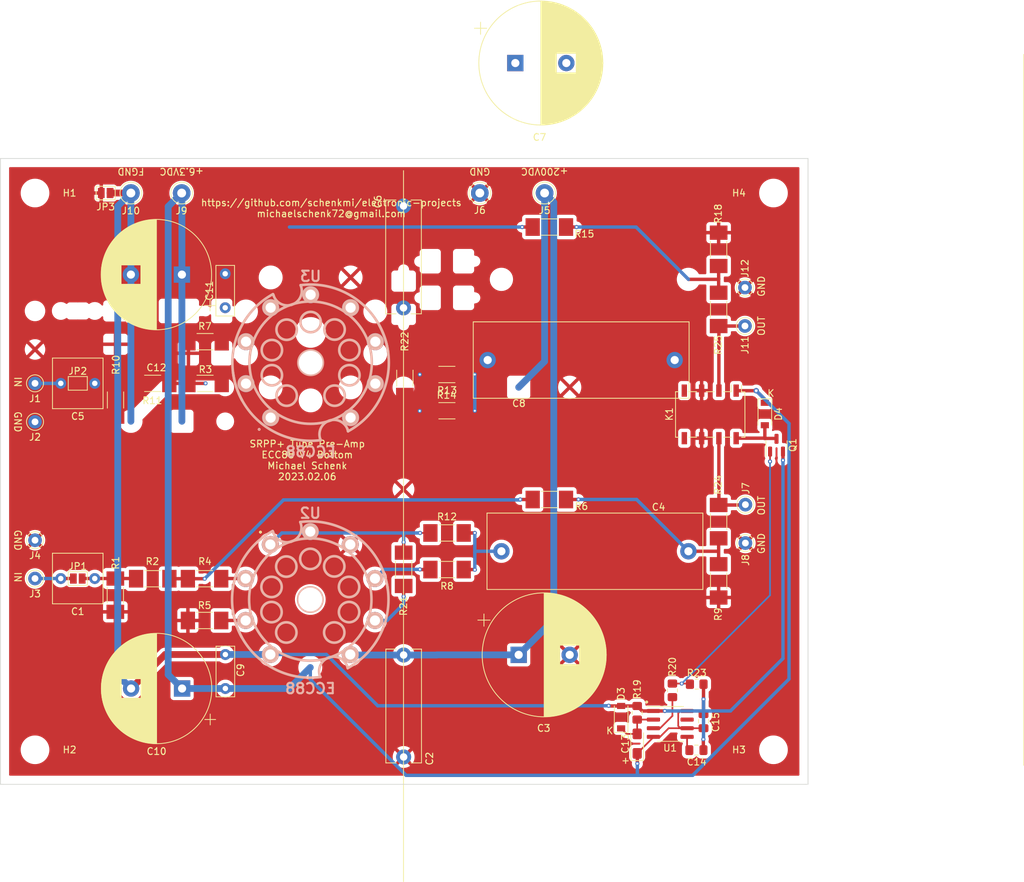
<source format=kicad_pcb>
(kicad_pcb (version 20211014) (generator pcbnew)
  (layers (0 "F.Cu" signal) (31 "B.Cu" signal) (34 "B.Paste" user) (35 "F.Paste" user) (36 "B.SilkS" user "B.Silkscreen") (37 "F.SilkS" user "F.Silkscreen") (38 "B.Mask" user) (39 "F.Mask" user) (44 "Edge.Cuts" user))
  (net 0 "")
  (net 1 "Net-(C1-Pad2)")
  (net 2 "Net-(C1-Pad1)")
  (net 3 "GND")
  (net 4 "VDDA")
  (net 5 "Net-(C4-Pad2)")
  (net 6 "Net-(C4-Pad1)")
  (net 7 "Net-(C8-Pad1)")
  (net 8 "Net-(C5-Pad2)")
  (net 9 "Net-(C5-Pad1)")
  (net 10 "Net-(C8-Pad2)")
  (net 11 "FVCC")
  (net 12 "Net-(R11-Pad1)")
  (net 13 "FGND")
  (net 14 "Net-(R2-Pad1)")
  (net 15 "Net-(R3-Pad2)")
  (net 16 "Net-(R4-Pad2)")
  (net 17 "Net-(C13-Pad2)")
  (net 18 "Net-(C14-Pad1)")
  (net 19 "Net-(D4-Pad2)")
  (net 20 "Net-(J11-Pad1)")
  (net 21 "Net-(Q1-Pad1)")
  (net 22 "Net-(R20-Pad2)")
  (net 23 "Net-(J7-Pad1)")
  (net 27 "Net-(R5-Pad1)")
  (net 28 "Net-(R7-Pad1)")
  (net 29 "Net-(R8-Pad1)")
  (net 30 "Net-(R12-Pad2)")
  (net 31 "Net-(R13-Pad1)")
  (net 32 "Net-(R14-Pad2)")
  (net 33 "Net-(R21-Pad2)")
  (net 34 "Net-(R22-Pad2)")
  (footprint "Capacitor_THT:C_Rect_L7.2mm_W7.2mm_P5.00mm_FKS2_FKP2_MKS2_MKP2" (layer "F.Cu") (at 52.5996 132.9182 180)
    (fp_text reference "C1" (at 2.5 -4.85) (layer "F.SilkS"))
    (fp_text value "3.3uF")
    (pad "1" thru_hole circle (at 0 0 180) (size 1.6 1.6) (drill 0.8) (layers *.Cu *.Mask) (net 2 "Net-(C1-Pad1)"))
    (pad "2" thru_hole circle (at 5 0 180) (size 1.6 1.6) (drill 0.8) (layers *.Cu *.Mask) (net 1 "Net-(C1-Pad2)"))
  )
  (footprint "Capacitor_THT:C_Rect_L16.5mm_W5.0mm_P15.00mm_MKT" (layer "F.Cu") (at 98.0186 144.1704 -90)
    (fp_text reference "C2" (at 15.24 -3.81 90) (layer "F.SilkS"))
    (fp_text value "100nF")
    (pad "1" thru_hole circle (at 0 0 270) (size 2.2 2.2) (drill 1.1) (layers *.Cu *.Mask) (net 4 "VDDA"))
    (pad "2" thru_hole circle (at 15 0 270) (size 2.2 2.2) (drill 1.1) (layers *.Cu *.Mask) (net 3 "GND"))
  )
  (footprint "Capacitor_THT:CP_Radial_D18.0mm_P7.50mm" (layer "F.Cu") (at 114.935 144.145)
    (fp_text reference "C3" (at 3.683 10.795) (layer "F.SilkS"))
    (fp_text value "100uF")
    (pad "1" thru_hole rect (at 0 0) (size 2.4 2.4) (drill 1.2) (layers *.Cu *.Mask) (net 4 "VDDA"))
    (pad "2" thru_hole circle (at 7.5 0) (size 2.4 2.4) (drill 1.2) (layers *.Cu *.Mask) (net 3 "GND"))
  )
  (footprint "Capacitor_THT:C_Rect_L31.5mm_W11.0mm_P27.50mm_MKS4" (layer "F.Cu") (at 139.895 128.905 180)
    (fp_text reference "C4" (at 4.386 6.5024) (layer "F.SilkS"))
    (fp_text value "2.2uF")
    (pad "1" thru_hole circle (at 0 0 180) (size 2.4 2.4) (drill 1.2) (layers *.Cu *.Mask) (net 6 "Net-(C4-Pad1)"))
    (pad "2" thru_hole circle (at 27.5 0 180) (size 2.4 2.4) (drill 1.2) (layers *.Cu *.Mask) (net 5 "Net-(C4-Pad2)"))
  )
  (footprint "MountingHole:MountingHole_3.2mm_M3" (layer "F.Cu") (at 43.815 76.2)
    (fp_text reference "H1" (at 5.08 0) (layer "F.SilkS"))
    (fp_text value "MountingHole")
    (pad "" np_thru_hole circle (at 0 0) (size 3.2 3.2) (drill 3.2) (layers *.Cu *.Mask))
  )
  (footprint "MountingHole:MountingHole_3.2mm_M3" (layer "F.Cu") (at 43.815 158.115)
    (fp_text reference "H2" (at 5.08 0) (layer "F.SilkS"))
    (fp_text value "MountingHole")
    (pad "" np_thru_hole circle (at 0 0) (size 3.2 3.2) (drill 3.2) (layers *.Cu *.Mask))
  )
  (footprint "MountingHole:MountingHole_3.2mm_M3" (layer "F.Cu") (at 152.4 158.115)
    (fp_text reference "H3" (at -5.08 0) (layer "F.SilkS"))
    (fp_text value "MountingHole")
    (pad "" np_thru_hole circle (at 0 0) (size 3.2 3.2) (drill 3.2) (layers *.Cu *.Mask))
  )
  (footprint "MountingHole:MountingHole_3.2mm_M3" (layer "F.Cu") (at 152.4 76.2)
    (fp_text reference "H4" (at -5.08 0) (layer "F.SilkS"))
    (fp_text value "MountingHole")
    (pad "" np_thru_hole circle (at 0 0) (size 3.2 3.2) (drill 3.2) (layers *.Cu *.Mask))
  )
  (footprint "Connector_Pin:Pin_D1.0mm_L10.0mm" (layer "F.Cu") (at 43.815 132.9182)
    (fp_text reference "J3" (at 0 2.25) (layer "F.SilkS"))
    (fp_text value "Conn_01x01")
    (pad "1" thru_hole circle (at 0 0) (size 2 2) (drill 1) (layers *.Cu *.Mask) (net 1 "Net-(C1-Pad2)"))
  )
  (footprint "Connector_Pin:Pin_D1.0mm_L10.0mm" (layer "F.Cu") (at 43.815 127.2794)
    (fp_text reference "J4" (at 0 2.25) (layer "F.SilkS"))
    (fp_text value "Conn_01x01")
    (pad "1" thru_hole circle (at 0 0) (size 2 2) (drill 1) (layers *.Cu *.Mask) (net 3 "GND"))
  )
  (footprint "Connector_Pin:Pin_D1.3mm_L11.0mm" (layer "F.Cu") (at 118.745 76.2)
    (fp_text reference "J5" (at 0 2.5654) (layer "F.SilkS"))
    (fp_text value "Conn_01x01")
    (pad "1" thru_hole circle (at 0 0) (size 2.6 2.6) (drill 1.3) (layers *.Cu *.Mask) (net 4 "VDDA"))
  )
  (footprint "Connector_Pin:Pin_D1.3mm_L11.0mm" (layer "F.Cu") (at 109.22 76.2)
    (fp_text reference "J6" (at 0 2.54) (layer "F.SilkS"))
    (fp_text value "Conn_01x01")
    (pad "1" thru_hole circle (at 0 0) (size 2.6 2.6) (drill 1.3) (layers *.Cu *.Mask) (net 3 "GND"))
  )
  (footprint "Connector_Pin:Pin_D1.0mm_L10.0mm" (layer "F.Cu") (at 148.2725 127.6985)
    (fp_text reference "J8" (at 0.0275 2.5015 90) (layer "F.SilkS"))
    (fp_text value "Conn_01x01")
    (pad "1" thru_hole circle (at 0 0) (size 2 2) (drill 1) (layers *.Cu *.Mask) (net 3 "GND"))
  )
  (footprint "Resistor_SMD:R_MELF_MMB-0207" (layer "F.Cu") (at 55.626 135.3682 -90)
    (fp_text reference "R1" (at -4.7432 -0.049 -270) (layer "F.SilkS"))
    (fp_text value "1Meg")
    (pad "1" smd rect (at -2.45 0 270) (size 2.1 2.6) (layers "F.Cu" "F.Paste" "F.Mask") (net 2 "Net-(C1-Pad1)"))
    (pad "2" smd rect (at 2.45 0 270) (size 2.1 2.6) (layers "F.Cu" "F.Paste" "F.Mask") (net 3 "GND"))
  )
  (footprint "Resistor_SMD:R_MELF_MMB-0207" (layer "F.Cu") (at 61.124 132.9436 180)
    (fp_text reference "R2" (at 0.05 2.54) (layer "F.SilkS"))
    (fp_text value "10k")
    (pad "1" smd rect (at -2.45 0 180) (size 2.1 2.6) (layers "F.Cu" "F.Paste" "F.Mask") (net 14 "Net-(R2-Pad1)"))
    (pad "2" smd rect (at 2.45 0 180) (size 2.1 2.6) (layers "F.Cu" "F.Paste" "F.Mask") (net 2 "Net-(C1-Pad1)"))
  )
  (footprint "Resistor_SMD:R_MELF_MMB-0207" (layer "F.Cu") (at 68.8224 104.202025)
    (fp_text reference "R3" (at 0.05 -2.05) (layer "F.SilkS"))
    (fp_text value "300R")
    (pad "1" smd rect (at -2.45 0) (size 2.1 2.6) (layers "F.Cu" "F.Paste" "F.Mask") (net 12 "Net-(R11-Pad1)"))
    (pad "2" smd rect (at 2.45 0) (size 2.1 2.6) (layers "F.Cu" "F.Paste" "F.Mask") (net 15 "Net-(R3-Pad2)"))
  )
  (footprint "Resistor_SMD:R_MELF_MMB-0207" (layer "F.Cu") (at 68.744 132.9436)
    (fp_text reference "R4" (at 0.05 -2.54) (layer "F.SilkS"))
    (fp_text value "300R")
    (pad "1" smd rect (at -2.45 0) (size 2.1 2.6) (layers "F.Cu" "F.Paste" "F.Mask") (net 14 "Net-(R2-Pad1)"))
    (pad "2" smd rect (at 2.45 0) (size 2.1 2.6) (layers "F.Cu" "F.Paste" "F.Mask") (net 16 "Net-(R4-Pad2)"))
  )
  (footprint "Resistor_SMD:R_MELF_MMB-0207" (layer "F.Cu") (at 68.7462 139.0904 180)
    (fp_text reference "R5" (at -0.0038 2.2154) (layer "F.SilkS"))
    (fp_text value "200R")
    (pad "1" smd rect (at -2.45 0 180) (size 2.1 2.6) (layers "F.Cu" "F.Paste" "F.Mask") (net 27 "Net-(R5-Pad1)"))
    (pad "2" smd rect (at 2.45 0 180) (size 2.1 2.6) (layers "F.Cu" "F.Paste" "F.Mask") (net 3 "GND"))
  )
  (footprint "Resistor_SMD:R_MELF_MMB-0207" (layer "F.Cu") (at 119.4446 121.290735 180)
    (fp_text reference "R6" (at -4.7106 -1.010265) (layer "F.SilkS"))
    (fp_text value "22k")
    (pad "1" smd rect (at -2.45 0 180) (size 2.1 2.6) (layers "F.Cu" "F.Paste" "F.Mask") (net 6 "Net-(C4-Pad1)"))
    (pad "2" smd rect (at 2.45 0 180) (size 2.1 2.6) (layers "F.Cu" "F.Paste" "F.Mask") (net 14 "Net-(R2-Pad1)"))
  )
  (footprint "Resistor_SMD:R_MELF_MMB-0207" (layer "F.Cu") (at 68.8224 98.07158 180)
    (fp_text reference "R7" (at 0.0224 2.2712) (layer "F.SilkS"))
    (fp_text value "200R")
    (pad "1" smd rect (at -2.45 0 180) (size 2.1 2.6) (layers "F.Cu" "F.Paste" "F.Mask") (net 28 "Net-(R7-Pad1)"))
    (pad "2" smd rect (at 2.45 0 180) (size 2.1 2.6) (layers "F.Cu" "F.Paste" "F.Mask") (net 3 "GND"))
  )
  (footprint "Resistor_SMD:R_MELF_MMB-0207" (layer "F.Cu") (at 104.402105 131.5974)
    (fp_text reference "R8" (at -0.0116 2.4384) (layer "F.SilkS"))
    (fp_text value "150R")
    (pad "1" smd rect (at -2.45 0) (size 2.1 2.6) (layers "F.Cu" "F.Paste" "F.Mask") (net 29 "Net-(R8-Pad1)"))
    (pad "2" smd rect (at 2.45 0) (size 2.1 2.6) (layers "F.Cu" "F.Paste" "F.Mask") (net 5 "Net-(C4-Pad2)"))
  )
  (footprint "Resistor_SMD:R_MELF_MMB-0207" (layer "F.Cu") (at 144.3355 133.26 90)
    (fp_text reference "R9" (at -4.916 -0.0635 90) (layer "F.SilkS"))
    (fp_text value "1Meg")
    (pad "1" smd rect (at -2.45 0 90) (size 2.1 2.6) (layers "F.Cu" "F.Paste" "F.Mask") (net 3 "GND"))
    (pad "2" smd rect (at 2.45 0 90) (size 2.1 2.6) (layers "F.Cu" "F.Paste" "F.Mask") (net 6 "Net-(C4-Pad1)"))
  )
  (footprint "Capacitor_THT:C_Rect_L7.2mm_W7.2mm_P5.00mm_FKS2_FKP2_MKS2_MKP2" (layer "F.Cu") (at 52.6034 104.200225 180)
    (fp_text reference "C5" (at 2.5 -4.85) (layer "F.SilkS"))
    (fp_text value "3.3uF")
    (pad "1" thru_hole circle (at 0 0 180) (size 1.6 1.6) (drill 0.8) (layers *.Cu *.Mask) (net 9 "Net-(C5-Pad1)"))
    (pad "2" thru_hole circle (at 5 0 180) (size 1.6 1.6) (drill 0.8) (layers *.Cu *.Mask) (net 8 "Net-(C5-Pad2)"))
  )
  (footprint "Capacitor_THT:C_Rect_L16.5mm_W5.0mm_P15.00mm_MKT" (layer "F.Cu") (at 98 93.1 90)
    (fp_text reference "C6" (at 15.635 -3.75 90) (layer "F.SilkS"))
    (fp_text value "100nF")
    (pad "1" thru_hole circle (at 0 0 90) (size 2.2 2.2) (drill 1.1) (layers *.Cu *.Mask) (net 4 "VDDA"))
    (pad "2" thru_hole circle (at 15 0 90) (size 2.2 2.2) (drill 1.1) (layers *.Cu *.Mask) (net 3 "GND"))
  )
  (footprint "Capacitor_THT:CP_Radial_D18.0mm_P7.50mm" (layer "F.Cu") (at 114.4418 57.075)
    (fp_text reference "C7" (at 3.556 10.922) (layer "F.SilkS"))
    (fp_text value "100uF")
    (pad "1" thru_hole rect (at 0 0) (size 2.4 2.4) (drill 1.2) (layers *.Cu *.Mask) (net 4 "VDDA"))
    (pad "2" thru_hole circle (at 7.5 0) (size 2.4 2.4) (drill 1.2) (layers *.Cu *.Mask) (net 3 "GND"))
  )
  (footprint "Capacitor_THT:C_Rect_L31.5mm_W11.0mm_P27.50mm_MKS4" (layer "F.Cu") (at 110.375 100.775)
    (fp_text reference "C8" (at 4.5892 6.3754) (layer "F.SilkS"))
    (fp_text value "2.2uF")
    (pad "1" thru_hole circle (at 0 0) (size 2.4 2.4) (drill 1.2) (layers *.Cu *.Mask) (net 7 "Net-(C8-Pad1)"))
    (pad "2" thru_hole circle (at 27.5 0) (size 2.4 2.4) (drill 1.2) (layers *.Cu *.Mask) (net 10 "Net-(C8-Pad2)"))
  )
  (footprint "Connector_Pin:Pin_D1.0mm_L10.0mm" (layer "F.Cu") (at 43.815 104.200225)
    (fp_text reference "J1" (at 0 2.25 180) (layer "F.SilkS"))
    (fp_text value "Conn_01x01")
    (pad "1" thru_hole circle (at 0 0) (size 2 2) (drill 1) (layers *.Cu *.Mask) (net 8 "Net-(C5-Pad2)"))
  )
  (footprint "Connector_Pin:Pin_D1.0mm_L10.0mm" (layer "F.Cu") (at 43.815 109.864425)
    (fp_text reference "J2" (at 0 2.25) (layer "F.SilkS"))
    (fp_text value "Conn_01x01")
    (pad "1" thru_hole circle (at 0 0) (size 2 2) (drill 1) (layers *.Cu *.Mask) (net 3 "GND"))
  )
  (footprint "Connector_Pin:Pin_D1.3mm_L11.0mm" (layer "F.Cu") (at 65.3796 76.2)
    (fp_text reference "J9" (at -0.0254 2.6162) (layer "F.SilkS"))
    (fp_text value "Conn_01x01")
    (pad "1" thru_hole circle (at 0 0) (size 2.6 2.6) (drill 1.3) (layers *.Cu *.Mask) (net 11 "FVCC"))
  )
  (footprint "Connector_Pin:Pin_D1.3mm_L11.0mm" (layer "F.Cu") (at 57.912 76.2)
    (fp_text reference "J10" (at 0 2.6162) (layer "F.SilkS"))
    (fp_text value "Conn_01x01")
    (pad "1" thru_hole circle (at 0 0) (size 2.6 2.6) (drill 1.3) (layers *.Cu *.Mask) (net 13 "FGND"))
  )
  (footprint "Connector_Pin:Pin_D1.0mm_L10.0mm" (layer "F.Cu") (at 148.209 95.758)
    (fp_text reference "J11" (at 0 2.8194 90) (layer "F.SilkS"))
    (fp_text value "Conn_01x01")
    (pad "1" thru_hole circle (at 0 0) (size 2 2) (drill 1) (layers *.Cu *.Mask) (net 20 "Net-(J11-Pad1)"))
  )
  (footprint "Connector_Pin:Pin_D1.0mm_L10.0mm" (layer "F.Cu") (at 148.209 90.1065)
    (fp_text reference "J12" (at 0 -2.8321 90) (layer "F.SilkS"))
    (fp_text value "Conn_01x01")
    (pad "1" thru_hole circle (at 0 0) (size 2 2) (drill 1) (layers *.Cu *.Mask) (net 3 "GND"))
  )
  (footprint "Resistor_SMD:R_MELF_MMB-0207" (layer "F.Cu") (at 55.6514 106.650225 -90)
    (fp_text reference "R10" (at -5.1732 -0.0736 -270) (layer "F.SilkS"))
    (fp_text value "1Meg")
    (pad "1" smd rect (at -2.45 0 270) (size 2.1 2.6) (layers "F.Cu" "F.Paste" "F.Mask") (net 9 "Net-(C5-Pad1)"))
    (pad "2" smd rect (at 2.45 0 270) (size 2.1 2.6) (layers "F.Cu" "F.Paste" "F.Mask") (net 3 "GND"))
  )
  (footprint "Resistor_SMD:R_MELF_MMB-0207" (layer "F.Cu") (at 61.1124 104.200225 180)
    (fp_text reference "R11" (at 0.05 -2.54) (layer "F.SilkS"))
    (fp_text value "10k")
    (pad "1" smd rect (at -2.45 0 180) (size 2.1 2.6) (layers "F.Cu" "F.Paste" "F.Mask") (net 12 "Net-(R11-Pad1)"))
    (pad "2" smd rect (at 2.45 0 180) (size 2.1 2.6) (layers "F.Cu" "F.Paste" "F.Mask") (net 9 "Net-(C5-Pad1)"))
  )
  (footprint "Resistor_SMD:R_MELF_MMB-0207" (layer "F.Cu") (at 104.402105 126.2126 180)
    (fp_text reference "R12" (at 0.0116 2.3876) (layer "F.SilkS"))
    (fp_text value "50.1R")
    (pad "1" smd rect (at -2.45 0 180) (size 2.1 2.6) (layers "F.Cu" "F.Paste" "F.Mask") (net 5 "Net-(C4-Pad2)"))
    (pad "2" smd rect (at 2.45 0 180) (size 2.1 2.6) (layers "F.Cu" "F.Paste" "F.Mask") (net 30 "Net-(R12-Pad2)"))
  )
  (footprint "Resistor_SMD:R_MELF_MMB-0207" (layer "F.Cu") (at 104.374 102.9)
    (fp_text reference "R13" (at 0.0392 2.3368) (layer "F.SilkS"))
    (fp_text value "150R")
    (pad "1" smd rect (at -2.45 0) (size 2.1 2.6) (layers "F.Cu" "F.Paste" "F.Mask") (net 31 "Net-(R13-Pad1)"))
    (pad "2" smd rect (at 2.45 0) (size 2.1 2.6) (layers "F.Cu" "F.Paste" "F.Mask") (net 10 "Net-(C8-Pad2)"))
  )
  (footprint "Resistor_SMD:R_MELF_MMB-0207" (layer "F.Cu") (at 104.3824 108.232299 180)
    (fp_text reference "R14" (at 0.0392 2.286) (layer "F.SilkS"))
    (fp_text value "50.1R")
    (pad "1" smd rect (at -2.45 0 180) (size 2.1 2.6) (layers "F.Cu" "F.Paste" "F.Mask") (net 10 "Net-(C8-Pad2)"))
    (pad "2" smd rect (at 2.45 0 180) (size 2.1 2.6) (layers "F.Cu" "F.Paste" "F.Mask") (net 32 "Net-(R14-Pad2)"))
  )
  (footprint "Resistor_SMD:R_MELF_MMB-0207" (layer "F.Cu") (at 119.4446 81.2038 180)
    (fp_text reference "R15" (at -5.1424 -1.016) (layer "F.SilkS"))
    (fp_text value "22k")
    (pad "1" smd rect (at -2.45 0 180) (size 2.1 2.6) (layers "F.Cu" "F.Paste" "F.Mask") (net 7 "Net-(C8-Pad1)"))
    (pad "2" smd rect (at 2.45 0 180) (size 2.1 2.6) (layers "F.Cu" "F.Paste" "F.Mask") (net 12 "Net-(R11-Pad1)"))
  )
  (footprint "Resistor_SMD:R_MELF_MMB-0207" (layer "F.Cu") (at 144.3355 84.4815 90)
    (fp_text reference "R18" (at 5.2335 -0.0635 90) (layer "F.SilkS"))
    (fp_text value "1Meg")
    (pad "1" smd rect (at -2.45 0 90) (size 2.1 2.6) (layers "F.Cu" "F.Paste" "F.Mask") (net 7 "Net-(C8-Pad1)"))
    (pad "2" smd rect (at 2.45 0 90) (size 2.1 2.6) (layers "F.Cu" "F.Paste" "F.Mask") (net 3 "GND"))
  )
  (footprint "Capacitor_THT:C_Rect_L7.2mm_W2.5mm_P5.00mm_FKS2_FKP2_MKS2_MKP2" (layer "F.Cu") (at 71.8058 149.098 90)
    (fp_text reference "C9" (at 2.698 2.2442 90) (layer "F.SilkS"))
    (fp_text value "100nF")
    (pad "1" thru_hole circle (at 0 0 90) (size 1.6 1.6) (drill 0.8) (layers *.Cu *.Mask) (net 11 "FVCC"))
    (pad "2" thru_hole circle (at 5 0 90) (size 1.6 1.6) (drill 0.8) (layers *.Cu *.Mask) (net 13 "FGND"))
  )
  (footprint "Capacitor_THT:CP_Radial_D16.0mm_P7.50mm" (layer "F.Cu") (at 65.439617 149.098 180)
    (fp_text reference "C10" (at 3.75 -9.25) (layer "F.SilkS"))
    (fp_text value "2200uF")
    (pad "1" thru_hole rect (at 0 0 180) (size 2.4 2.4) (drill 1.2) (layers *.Cu *.Mask) (net 11 "FVCC"))
    (pad "2" thru_hole circle (at 7.5 0 180) (size 2.4 2.4) (drill 1.2) (layers *.Cu *.Mask) (net 13 "FGND"))
  )
  (footprint "Capacitor_THT:C_Rect_L7.2mm_W2.5mm_P5.00mm_FKS2_FKP2_MKS2_MKP2" (layer "F.Cu") (at 71.780385 88.075 -90)
    (fp_text reference "C11" (at 2.493488 2.319615 90) (layer "F.SilkS"))
    (fp_text value "100nF")
    (pad "1" thru_hole circle (at 0 0 270) (size 1.6 1.6) (drill 0.8) (layers *.Cu *.Mask) (net 11 "FVCC"))
    (pad "2" thru_hole circle (at 5 0 270) (size 1.6 1.6) (drill 0.8) (layers *.Cu *.Mask) (net 13 "FGND"))
  )
  (footprint "Capacitor_THT:CP_Radial_D16.0mm_P7.50mm" (layer "F.Cu") (at 65.414217 88.2 180)
    (fp_text reference "C12" (at 3.75 -13.69658) (layer "F.SilkS"))
    (fp_text value "2200uF")
    (pad "1" thru_hole rect (at 0 0 180) (size 2.4 2.4) (drill 1.2) (layers *.Cu *.Mask) (net 11 "FVCC"))
    (pad "2" thru_hole circle (at 7.5 0 180) (size 2.4 2.4) (drill 1.2) (layers *.Cu *.Mask) (net 13 "FGND"))
  )
  (footprint "Relay_SMD:Relay_DPDT_Omron_G6K-2F" (layer "F.Cu") (at 143.1036 108.768 -90)
    (fp_text reference "K1" (at -0.0306 6.0198 -90) (layer "F.SilkS"))
    (fp_text value "G6K-2F-TR DC6")
    (pad "1" smd rect (at -3.5 -3.81 270) (size 1.8 0.8) (layers "F.Cu" "F.Paste" "F.Mask") (net 11 "FVCC"))
    (pad "2" smd rect (at -3.5 -1.27 270) (size 1.8 0.8) (layers "F.Cu" "F.Paste" "F.Mask") (net 20 "Net-(J11-Pad1)"))
    (pad "3" smd rect (at -3.5 1.27 270) (size 1.8 0.8) (layers "F.Cu" "F.Paste" "F.Mask") (net 3 "GND"))
    (pad "4" smd rect (at -3.5 3.81 270) (size 1.8 0.8) (layers "F.Cu" "F.Paste" "F.Mask"))
    (pad "5" smd rect (at 3.5 3.81 270) (size 1.8 0.8) (layers "F.Cu" "F.Paste" "F.Mask"))
    (pad "6" smd rect (at 3.5 1.27 270) (size 1.8 0.8) (layers "F.Cu" "F.Paste" "F.Mask") (net 3 "GND"))
    (pad "7" smd rect (at 3.5 -1.27 270) (size 1.8 0.8) (layers "F.Cu" "F.Paste" "F.Mask") (net 23 "Net-(J7-Pad1)"))
    (pad "8" smd rect (at 3.5 -3.81 270) (size 1.8 0.8) (layers "F.Cu" "F.Paste" "F.Mask") (net 19 "Net-(D4-Pad2)"))
  )
  (footprint "Capacitor_Tantalum_SMD:CP_EIA-3216-12_Kemet-S_Pad1.58x1.35mm_HandSolder" (layer "F.Cu") (at 132.3594 157.2109 90)
    (fp_text reference "C13" (at 0 -1.75 90) (layer "F.SilkS"))
    (fp_text value "15uF/25V")
    (pad "1" smd roundrect (at -1.4375 0 90) (size 1.575 1.35) (layers "F.Cu" "F.Paste" "F.Mask") (roundrect_rratio 0.1851851852) (net 11 "FVCC"))
    (pad "2" smd roundrect (at 1.4375 0 90) (size 1.575 1.35) (layers "F.Cu" "F.Paste" "F.Mask") (roundrect_rratio 0.1851851852) (net 17 "Net-(C13-Pad2)"))
  )
  (footprint "Capacitor_SMD:C_0805_2012Metric_Pad1.18x1.45mm_HandSolder" (layer "F.Cu") (at 141.0677 158.1658)
    (fp_text reference "C14" (at 0.0323 1.7342) (layer "F.SilkS"))
    (fp_text value "100nF/50V")
    (pad "1" smd roundrect (at -1.0375 0) (size 1.175 1.45) (layers "F.Cu" "F.Paste" "F.Mask") (roundrect_rratio 0.2127659574) (net 18 "Net-(C14-Pad1)"))
    (pad "2" smd roundrect (at 1.0375 0) (size 1.175 1.45) (layers "F.Cu" "F.Paste" "F.Mask") (roundrect_rratio 0.2127659574) (net 13 "FGND"))
  )
  (footprint "Capacitor_SMD:C_0805_2012Metric_Pad1.18x1.45mm_HandSolder" (layer "F.Cu") (at 142.113 153.9025 90)
    (fp_text reference "C15" (at -0.1485 1.778 90) (layer "F.SilkS"))
    (fp_text value "100nF/50V")
    (pad "1" smd roundrect (at -1.0375 0 90) (size 1.175 1.45) (layers "F.Cu" "F.Paste" "F.Mask") (roundrect_rratio 0.2127659574) (net 11 "FVCC"))
    (pad "2" smd roundrect (at 1.0375 0 90) (size 1.175 1.45) (layers "F.Cu" "F.Paste" "F.Mask") (roundrect_rratio 0.2127659574) (net 13 "FGND"))
  )
  (footprint "Diode_SMD:D_SOD-123" (layer "F.Cu") (at 129.9972 153.3134 90)
    (fp_text reference "D3" (at 3.429 0 90) (layer "F.SilkS"))
    (fp_text value "1N4148W")
    (pad "1" smd rect (at -1.65 0 90) (size 0.9 1.2) (layers "F.Cu" "F.Paste" "F.Mask") (net 17 "Net-(C13-Pad2)"))
    (pad "2" smd rect (at 1.65 0 90) (size 0.9 1.2) (layers "F.Cu" "F.Paste" "F.Mask") (net 13 "FGND"))
  )
  (footprint "Diode_SMD:D_SOD-123" (layer "F.Cu") (at 151.13 108.712 -90)
    (fp_text reference "D4" (at 0 -2 90) (layer "F.SilkS"))
    (fp_text value "1N4148W")
    (pad "1" smd rect (at -1.65 0 270) (size 0.9 1.2) (layers "F.Cu" "F.Paste" "F.Mask") (net 11 "FVCC"))
    (pad "2" smd rect (at 1.65 0 270) (size 0.9 1.2) (layers "F.Cu" "F.Paste" "F.Mask") (net 19 "Net-(D4-Pad2)"))
  )
  (footprint "Package_TO_SOT_SMD:SOT-23" (layer "F.Cu") (at 152.847 113.3 90)
    (fp_text reference "Q1" (at 0.016 2.3978 90) (layer "F.SilkS"))
    (fp_text value "MMBT3904")
    (pad "1" smd roundrect (at -0.9375 -0.95 90) (size 1.475 0.6) (layers "F.Cu" "F.Paste" "F.Mask") (net 21 "Net-(Q1-Pad1)"))
    (pad "2" smd roundrect (at -0.9375 0.95 90) (size 1.475 0.6) (layers "F.Cu" "F.Paste" "F.Mask") (net 13 "FGND"))
    (pad "3" smd roundrect (at 0.9375 0 90) (size 1.475 0.6) (layers "F.Cu" "F.Paste" "F.Mask") (net 19 "Net-(D4-Pad2)"))
  )
  (footprint "Resistor_SMD:R_0805_2012Metric_Pad1.20x1.40mm_HandSolder" (layer "F.Cu") (at 132.3594 152.67 90)
    (fp_text reference "R19" (at 3.445 0 90) (layer "F.SilkS"))
    (fp_text value "2Meg")
    (pad "1" smd roundrect (at -1 0 90) (size 1.2 1.4) (layers "F.Cu" "F.Paste" "F.Mask") (roundrect_rratio 0.2083333333) (net 17 "Net-(C13-Pad2)"))
    (pad "2" smd roundrect (at 1 0 90) (size 1.2 1.4) (layers "F.Cu" "F.Paste" "F.Mask") (roundrect_rratio 0.2083333333) (net 13 "FGND"))
  )
  (footprint "Resistor_SMD:R_0805_2012Metric_Pad1.20x1.40mm_HandSolder" (layer "F.Cu") (at 137.541 149.368 -90)
    (fp_text reference "R20" (at -3.445 0 90) (layer "F.SilkS"))
    (fp_text value "2.49k")
    (pad "1" smd roundrect (at -1 0 270) (size 1.2 1.4) (layers "F.Cu" "F.Paste" "F.Mask") (roundrect_rratio 0.2083333333) (net 21 "Net-(Q1-Pad1)"))
    (pad "2" smd roundrect (at 1 0 270) (size 1.2 1.4) (layers "F.Cu" "F.Paste" "F.Mask") (roundrect_rratio 0.2083333333) (net 22 "Net-(R20-Pad2)"))
  )
  (footprint "Resistor_SMD:R_0805_2012Metric_Pad1.20x1.40mm_HandSolder" (layer "F.Cu") (at 141.113 148.463)
    (fp_text reference "R23" (at 0 -1.65) (layer "F.SilkS"))
    (fp_text value "2.49k")
    (pad "1" smd roundrect (at -1 0) (size 1.2 1.4) (layers "F.Cu" "F.Paste" "F.Mask") (roundrect_rratio 0.2083333333) (net 21 "Net-(Q1-Pad1)"))
    (pad "2" smd roundrect (at 1 0) (size 1.2 1.4) (layers "F.Cu" "F.Paste" "F.Mask") (roundrect_rratio 0.2083333333) (net 13 "FGND"))
  )
  (footprint "Package_SO:SOIC-8_3.9x4.9mm_P1.27mm" (layer "F.Cu") (at 137.222 154.305)
    (fp_text reference "U1" (at -0.022 3.545) (layer "F.SilkS"))
    (fp_text value "TLC555xD")
    (pad "1" smd roundrect (at -2.475 -1.905) (size 1.95 0.6) (layers "F.Cu" "F.Paste" "F.Mask") (net 13 "FGND"))
    (pad "2" smd roundrect (at -2.475 -0.635) (size 1.95 0.6) (layers "F.Cu" "F.Paste" "F.Mask") (net 17 "Net-(C13-Pad2)"))
    (pad "3" smd roundrect (at -2.475 0.635) (size 1.95 0.6) (layers "F.Cu" "F.Paste" "F.Mask") (net 22 "Net-(R20-Pad2)"))
    (pad "4" smd roundrect (at -2.475 1.905) (size 1.95 0.6) (layers "F.Cu" "F.Paste" "F.Mask") (net 11 "FVCC"))
    (pad "5" smd roundrect (at 2.475 1.905) (size 1.95 0.6) (layers "F.Cu" "F.Paste" "F.Mask") (net 18 "Net-(C14-Pad1)"))
    (pad "6" smd roundrect (at 2.475 0.635) (size 1.95 0.6) (layers "F.Cu" "F.Paste" "F.Mask") (net 11 "FVCC"))
    (pad "7" smd roundrect (at 2.475 -0.635) (size 1.95 0.6) (layers "F.Cu" "F.Paste" "F.Mask"))
    (pad "8" smd roundrect (at 2.475 -1.905) (size 1.95 0.6) (layers "F.Cu" "F.Paste" "F.Mask") (net 11 "FVCC"))
  )
  (footprint "Resistor_SMD:R_MELF_MMB-0207" (layer "F.Cu") (at 144.3355 124.55 -90)
    (fp_text reference "R24" (at -5.424 0.0635 90) (layer "F.SilkS"))
    (fp_text value "470R")
    (pad "1" smd rect (at -2.45 0 270) (size 2.1 2.6) (layers "F.Cu" "F.Paste" "F.Mask") (net 23 "Net-(J7-Pad1)"))
    (pad "2" smd rect (at 2.45 0 270) (size 2.1 2.6) (layers "F.Cu" "F.Paste" "F.Mask") (net 6 "Net-(C4-Pad1)"))
  )
  (footprint "Resistor_SMD:R_MELF_MMB-0207" (layer "F.Cu") (at 144.3355 93.3185 90)
    (fp_text reference "R25" (at -5.2335 -0.0635 90) (layer "F.SilkS"))
    (fp_text value "470R")
    (pad "1" smd rect (at -2.45 0 90) (size 2.1 2.6) (layers "F.Cu" "F.Paste" "F.Mask") (net 20 "Net-(J11-Pad1)"))
    (pad "2" smd rect (at 2.45 0 90) (size 2.1 2.6) (layers "F.Cu" "F.Paste" "F.Mask") (net 7 "Net-(C8-Pad1)"))
  )
  (footprint "Connector_Pin:Pin_D1.0mm_L10.0mm" (layer "F.Cu") (at 148.2725 122.047)
    (fp_text reference "J7" (at 0.0635 -2.413 90) (layer "F.SilkS"))
    (fp_text value "Conn_01x01")
    (pad "1" thru_hole circle (at 0 0) (size 2 2) (drill 1) (layers *.Cu *.Mask) (net 23 "Net-(J7-Pad1)"))
  )
  (footprint "Jumper:SolderJumper-2_P1.3mm_Open_Pad1.0x1.5mm" (layer "F.Cu") (at 54.2036 76.2 180)
    (fp_text reference "JP3" (at 0 -2.032) (layer "F.SilkS"))
    (fp_text value "SolderJumper_2_Open")
    (pad "1" smd rect (at -0.65 0 180) (size 1 1.5) (layers "F.Cu" "F.Mask") (net 13 "FGND"))
    (pad "2" smd rect (at 0.65 0 180) (size 1 1.5) (layers "F.Cu" "F.Mask") (net 3 "GND"))
  )
  (footprint "Jumper:SolderJumper-2_P1.3mm_Open_Pad1.0x1.5mm" (layer "F.Cu") (at 50.0996 132.9182)
    (fp_text reference "JP1" (at 0 -1.8) (layer "F.SilkS"))
    (fp_text value "SolderJumper_2_Open")
    (pad "1" smd rect (at -0.65 0) (size 1 1.5) (layers "F.Cu" "F.Mask") (net 1 "Net-(C1-Pad2)"))
    (pad "2" smd rect (at 0.65 0) (size 1 1.5) (layers "F.Cu" "F.Mask") (net 2 "Net-(C1-Pad1)"))
  )
  (footprint "Jumper:SolderJumper-2_P1.3mm_Open_Pad1.0x1.5mm" (layer "F.Cu") (at 50.1034 104.200225)
    (fp_text reference "JP2" (at 0 -1.8) (layer "F.SilkS"))
    (fp_text value "SolderJumper_2_Open")
    (pad "1" smd rect (at -0.65 0) (size 1 1.5) (layers "F.Cu" "F.Mask") (net 8 "Net-(C5-Pad2)"))
    (pad "2" smd rect (at 0.65 0) (size 1 1.5) (layers "F.Cu" "F.Mask") (net 9 "Net-(C5-Pad1)"))
  )
  (footprint "Resistor_SMD:R_MELF_MMB-0207" (layer "F.Cu") (at 98.2 103.451497 90)
    (fp_text reference "R22" (at 5.3938 -0.0064 90) (layer "F.SilkS"))
    (fp_text value "300R")
    (pad "1" smd rect (at -2.45 0 90) (size 2.1 2.6) (layers "F.Cu" "F.Paste" "F.Mask") (net 32 "Net-(R14-Pad2)"))
    (pad "2" smd rect (at 2.45 0 90) (size 2.1 2.6) (layers "F.Cu" "F.Paste" "F.Mask") (net 34 "Net-(R22-Pad2)"))
  )
  (footprint "Resistor_SMD:R_MELF_MMB-0207" (layer "F.Cu") (at 98.0186 131.5604 -90)
    (fp_text reference "R21" (at 5.3896 0.0186 90) (layer "F.SilkS"))
    (fp_text value "300R")
    (pad "1" smd rect (at -2.45 0 270) (size 2.1 2.6) (layers "F.Cu" "F.Paste" "F.Mask") (net 30 "Net-(R12-Pad2)"))
    (pad "2" smd rect (at 2.45 0 270) (size 2.1 2.6) (layers "F.Cu" "F.Paste" "F.Mask") (net 33 "Net-(R21-Pad2)"))
  )
  (footprint "w_vacuum:socket_gzc9-b" (layer "B.Cu") (at 84.29244 136.0043 180)
    (fp_text reference "U2" (at 0 12.7) (layer "B.SilkS") (effects (font (size 1.524 1.524) (thickness 0.3048)) (justify mirror)))
    (fp_text value "ECC88" (at 0 -13.09878) (layer "B.SilkS") (effects (font (size 1.524 1.524) (thickness 0.3048)) (justify mirror)))
    (pad "" np_thru_hole circle locked (at 0 0 180) (size 3.49758 3.49758) (drill 3.49758) (layers *.Cu *.Mask "B.SilkS"))
    (pad "1" thru_hole circle locked (at 5.87756 -8.0899 180) (size 2.49936 2.49936) (drill 1.4986) (layers *.Cu *.Mask "B.SilkS") (net 30 "Net-(R12-Pad2)"))
    (pad "2" thru_hole circle locked (at 9.50976 -3.0861 180) (size 2.49936 2.49936) (drill 1.4986) (layers *.Cu *.Mask "B.SilkS") (net 16 "Net-(R4-Pad2)"))
    (pad "3" thru_hole circle locked (at 9.50976 3.0861 180) (size 2.49936 2.49936) (drill 1.4986) (layers *.Cu *.Mask "B.SilkS") (net 27 "Net-(R5-Pad1)"))
    (pad "4" thru_hole circle locked (at 5.87756 8.0899 180) (size 2.49936 2.49936) (drill 1.4986) (layers *.Cu *.Mask "B.SilkS") (net 13 "FGND"))
    (pad "5" thru_hole circle locked (at 0 9.99998 180) (size 2.49936 2.49936) (drill 1.4986) (layers *.Cu *.Mask "B.SilkS") (net 11 "FVCC"))
    (pad "6" thru_hole circle locked (at -5.87756 8.0899 180) (size 2.49936 2.49936) (drill 1.4986) (layers *.Cu *.Mask "B.SilkS") (net 4 "VDDA"))
    (pad "7" thru_hole circle locked (at -9.50976 3.0861 180) (size 2.49936 2.49936) (drill 1.4986) (layers *.Cu *.Mask "B.SilkS") (net 33 "Net-(R21-Pad2)"))
    (pad "8" thru_hole circle locked (at -9.50976 -3.0861 180) (size 2.49936 2.49936) (drill 1.4986) (layers *.Cu *.Mask "B.SilkS") (net 29 "Net-(R8-Pad1)"))
    (pad "9" thru_hole circle locked (at -5.87756 -8.0899 180) (size 2.49936 2.49936) (drill 1.4986) (layers *.Cu *.Mask "B.SilkS") (net 3 "GND"))
  )
  (footprint "w_vacuum:socket_gzc9-b" (layer "B.Cu") (at 84.34324 101.15668 180)
    (fp_text reference "U3" (at 0 12.7) (layer "B.SilkS") (effects (font (size 1.524 1.524) (thickness 0.3048)) (justify mirror)))
    (fp_text value "ECC88" (at 0 -13.09878) (layer "B.SilkS") (effects (font (size 1.524 1.524) (thickness 0.3048)) (justify mirror)))
    (pad "" np_thru_hole circle locked (at 0 0 180) (size 3.49758 3.49758) (drill 3.49758) (layers *.Cu *.Mask "B.SilkS"))
    (pad "1" thru_hole circle locked (at 5.87756 -8.0899 180) (size 2.49936 2.49936) (drill 1.4986) (layers *.Cu *.Mask "B.SilkS") (net 32 "Net-(R14-Pad2)"))
    (pad "2" thru_hole circle locked (at 9.50976 -3.0861 180) (size 2.49936 2.49936) (drill 1.4986) (layers *.Cu *.Mask "B.SilkS") (net 15 "Net-(R3-Pad2)"))
    (pad "3" thru_hole circle locked (at 9.50976 3.0861 180) (size 2.49936 2.49936) (drill 1.4986) (layers *.Cu *.Mask "B.SilkS") (net 28 "Net-(R7-Pad1)"))
    (pad "4" thru_hole circle locked (at 5.87756 8.0899 180) (size 2.49936 2.49936) (drill 1.4986) (layers *.Cu *.Mask "B.SilkS") (net 13 "FGND"))
    (pad "5" thru_hole circle locked (at 0 9.99998 180) (size 2.49936 2.49936) (drill 1.4986) (layers *.Cu *.Mask "B.SilkS") (net 11 "FVCC"))
    (pad "6" thru_hole circle locked (at -5.87756 8.0899 180) (size 2.49936 2.49936) (drill 1.4986) (layers *.Cu *.Mask "B.SilkS") (net 4 "VDDA"))
    (pad "7" thru_hole circle locked (at -9.50976 3.0861 180) (size 2.49936 2.49936) (drill 1.4986) (layers *.Cu *.Mask "B.SilkS") (net 34 "Net-(R22-Pad2)"))
    (pad "8" thru_hole circle locked (at -9.50976 -3.0861 180) (size 2.49936 2.49936) (drill 1.4986) (layers *.Cu *.Mask "B.SilkS") (net 31 "Net-(R13-Pad1)"))
    (pad "9" thru_hole circle locked (at -5.87756 -8.0899 180) (size 2.49936 2.49936) (drill 1.4986) (layers *.Cu *.Mask "B.SilkS") (net 3 "GND"))
  )
  (gr_line (start 98 72.9) (end 98 177.5) (layer "F.SilkS") (width 0.12))
  (gr_line (start 189.2 55.8) (end 189.2 160.4) (layer "F.SilkS") (width 0.12))
  (gr_line (start 38.735 71.12) (end 157.48 71.12) (layer "Edge.Cuts") (width 0.1))
  (gr_line (start 157.48 71.12) (end 157.48 163.195) (layer "Edge.Cuts") (width 0.1))
  (gr_line (start 38.735 163.195) (end 38.735 71.12) (layer "Edge.Cuts") (width 0.1))
  (gr_line (start 157.48 163.195) (end 38.735 163.195) (layer "Edge.Cuts") (width 0.1))
  (gr_text "°" (at 76.775 111.375) (layer "B.SilkS") (effects (font (size 1 1)) (justify mirror)))
  (gr_text "IN" (at 41.275 132.715 270) (layer "F.SilkS") (effects (font (size 1 1))))
  (gr_text "GND" (at 41.275 127.2794 270) (layer "F.SilkS") (effects (font (size 1 1))))
  (gr_text "GND" (at 41.275 109.864425 270) (layer "F.SilkS") (effects (font (size 1 1))))
  (gr_text "GND" (at 150.622 89.916 90) (layer "F.SilkS") (effects (font (size 1 1))))
  (gr_text "GND" (at 150.622 127.762 90) (layer "F.SilkS") (effects (font (size 1 1))))
  (gr_text "OUT" (at 150.622 122.174 90) (layer "F.SilkS") (effects (font (size 1 1))))
  (gr_text "OUT" (at 150.622 95.758 90) (layer "F.SilkS") (effects (font (size 1 1))))
  (gr_text "+200VDC" (at 118.745 73.025 180) (layer "F.SilkS") (effects (font (size 1 1))))
  (gr_text "+6.3VDC" (at 65.3796 73.025 180) (layer "F.SilkS") (effects (font (size 1 1))))
  (gr_text "GND" (at 109.22 73.025 180) (layer "F.SilkS") (effects (font (size 1 1))))
  (gr_text "FGND" (at 57.912 73.025 180) (layer "F.SilkS") (effects (font (size 1 1))))
  (gr_text "K" (at 152.019 105.664) (layer "F.SilkS") (effects (font (size 1 1))))
  (gr_text "°" (at 76.962 126.492) (layer "F.SilkS") (effects (font (size 1 1))))
  (gr_text "K" (at 128.3208 155.321) (layer "F.SilkS") (effects (font (size 1 1))))
  (gr_text "°" (at 133.7564 151.4856) (layer "F.SilkS") (effects (font (size 1 1))))
  (gr_text "SRPP+ Tube Pre-Amp\nECC88 V4 Bottom\nMichael Schenk\n2023.02.06" (at 83.8454 115.5192) (layer "F.SilkS") (effects (font (size 1 1))))
  (gr_text "IN" (at 41.275 103.997025 270) (layer "F.SilkS") (effects (font (size 1 1))))
  (gr_text "https://github.com/schenkmi/electronic-projects\nmichaelschenk72@gmail.com" (at 87.376 78.4352) (layer "F.SilkS") (effects (font (size 1 1))))
  (gr_text "+" (at 130.6576 159.6644) (layer "F.SilkS") (effects (font (size 1 1))))
  (segment (start 49.4496 132.9182) (end 47.5996 132.9182) (width 0.5) (layer "F.Cu") (net 1))
  (segment (start 47.5996 132.9182) (end 43.815 132.9182) (width 0.5) (layer "B.Cu") (net 1))
  (segment (start 52.5996 132.9182) (end 50.7496 132.9182) (width 0.5) (layer "F.Cu") (net 2))
  (segment (start 52.5996 132.9182) (end 55.626 132.9182) (width 0.5) (layer "F.Cu") (net 2))
  (segment (start 58.6486 132.9182) (end 58.674 132.9436) (width 0.5) (layer "F.Cu") (net 2))
  (segment (start 55.626 132.9182) (end 58.6486 132.9182) (width 0.5) (layer "F.Cu") (net 2))
  (segment (start 102.87 144.1704) (end 90.2462 144.1704) (width 1) (layer "B.Cu") (net 4))
  (segment (start 120.0912 77.5462) (end 118.745 76.2) (width 1) (layer "B.Cu") (net 4))
  (segment (start 114.935 144.145) (end 102.8954 144.145) (width 1) (layer "B.Cu") (net 4))
  (segment (start 114.935 104.775) (end 118.745 100.965) (width 1) (layer "B.Cu") (net 4))
  (segment (start 120.0912 138.9888) (end 120.0912 77.5462) (width 1) (layer "B.Cu") (net 4))
  (segment (start 114.935 144.145) (end 120.0912 138.9888) (width 1) (layer "B.Cu") (net 4))
  (segment (start 118.745 100.965) (end 118.745 76.2) (width 1) (layer "B.Cu") (net 4))
  (segment (start 106.852105 126.2126) (end 108.4834 126.2126) (width 0.5) (layer "F.Cu") (net 5))
  (segment (start 106.852105 131.5974) (end 108.458 131.5974) (width 0.5) (layer "F.Cu") (net 5))
  (segment (start 108.458 131.5974) (end 108.4834 131.6228) (width 0.5) (layer "F.Cu") (net 5))
  (via (at 108.4834 131.6228) (size 0.6) (drill 0.3) (layers "F.Cu" "B.Cu") (net 5))
  (via (at 108.4834 126.2126) (size 0.6) (drill 0.3) (layers "F.Cu" "B.Cu") (net 5))
  (segment (start 112.395 128.905) (end 108.6104 128.905) (width 0.5) (layer "B.Cu") (net 5))
  (segment (start 108.4834 129.032) (end 108.4834 126.2126) (width 0.5) (layer "B.Cu") (net 5))
  (segment (start 108.4834 131.6228) (end 108.4834 129.032) (width 0.5) (layer "B.Cu") (net 5))
  (segment (start 108.6104 128.905) (end 108.4834 129.032) (width 0.5) (layer "B.Cu") (net 5))
  (segment (start 123.7234 121.285) (end 121.900335 121.285) (width 0.5) (layer "F.Cu") (net 6))
  (segment (start 139.895 128.905) (end 144.272 128.905) (width 0.5) (layer "F.Cu") (net 6))
  (segment (start 144.3355 130.81) (end 144.3355 127) (width 0.5) (layer "F.Cu") (net 6))
  (segment (start 121.900335 121.285) (end 121.8946 121.290735) (width 0.5) (layer "F.Cu") (net 6))
  (via (at 123.7234 121.285) (size 0.6) (drill 0.3) (layers "F.Cu" "B.Cu") (net 6))
  (segment (start 123.7234 121.285) (end 132.275 121.285) (width 0.5) (layer "B.Cu") (net 6))
  (segment (start 139.895 128.905) (end 132.275 121.285) (width 0.5) (layer "B.Cu") (net 6))
  (segment (start 144.272 88.9) (end 144.3355 88.8365) (width 0.5) (layer "F.Cu") (net 7))
  (segment (start 139.895 88.9) (end 144.272 88.9) (width 0.5) (layer "F.Cu") (net 7))
  (segment (start 121.8946 81.2038) (end 123.444 81.2038) (width 0.5) (layer "F.Cu") (net 7))
  (segment (start 144.3355 88.8365) (end 144.3355 90.8685) (width 0.5) (layer "F.Cu") (net 7))
  (segment (start 144.3355 86.9315) (end 144.3355 88.8365) (width 0.5) (layer "F.Cu") (net 7))
  (via (at 123.444 81.2038) (size 0.6) (drill 0.3) (layers "F.Cu" "B.Cu") (net 7))
  (segment (start 132.1988 81.2038) (end 139.895 88.9) (width 0.5) (layer "B.Cu") (net 7))
  (segment (start 123.444 81.2038) (end 132.1988 81.2038) (width 0.5) (layer "B.Cu") (net 7))
  (segment (start 49.4534 104.200225) (end 47.6034 104.200225) (width 0.5) (layer "F.Cu") (net 8))
  (segment (start 47.6034 104.200225) (end 43.815 104.200225) (width 0.5) (layer "B.Cu") (net 8))
  (segment (start 55.6514 104.200225) (end 52.6034 104.200225) (width 0.5) (layer "F.Cu") (net 9))
  (segment (start 58.6624 104.200225) (end 55.6514 104.200225) (width 0.5) (layer "F.Cu") (net 9))
  (segment (start 52.6034 104.200225) (end 50.7534 104.200225) (width 0.5) (layer "F.Cu") (net 9))
  (segment (start 106.8324 108.232299) (end 108.4834 108.232299) (width 0.5) (layer "F.Cu") (net 10))
  (segment (start 106.824 102.9) (end 108.475 102.9) (width 0.5) (layer "F.Cu") (net 10))
  (via (at 108.4834 108.232299) (size 0.6) (drill 0.3) (layers "F.Cu" "B.Cu") (net 10))
  (via (at 108.475 102.9) (size 0.6) (drill 0.3) (layers "F.Cu" "B.Cu") (net 10))
  (segment (start 108.4834 108.2351) (end 108.4834 105.3649) (width 0.5) (layer "B.Cu") (net 10))
  (segment (start 108.4834 105.3649) (end 108.4834 102.8503) (width 0.5) (layer "B.Cu") (net 10))
  (segment (start 151.13 107.062) (end 151.13 106.553) (width 0.5) (layer "F.Cu") (net 11))
  (segment (start 132.3848 160.147) (end 132.3848 158.6738) (width 0.5) (layer "F.Cu") (net 11))
  (segment (start 151.13 106.553) (end 149.86 105.283) (width 0.5) (layer "F.Cu") (net 11))
  (segment (start 138.39699 152.72501) (end 138.39699 154.61499) (width 0.25) (layer "F.Cu") (net 11))
  (segment (start 138.722 154.94) (end 139.697 154.94) (width 0.25) (layer "F.Cu") (net 11))
  (segment (start 136.992 154.94) (end 139.697 154.94) (width 0.25) (layer "F.Cu") (net 11))
  (segment (start 139.697 152.4) (end 138.722 152.4) (width 0.25) (layer "F.Cu") (net 11))
  (segment (start 149.86 105.283) (end 146.9286 105.283) (width 0.5) (layer "F.Cu") (net 11))
  (segment (start 132.3848 158.6738) (end 132.3594 158.6484) (width 0.5) (layer "F.Cu") (net 11))
  (segment (start 134.747 156.21) (end 135.722 156.21) (width 0.25) (layer "F.Cu") (net 11))
  (segment (start 138.722 152.4) (end 138.39699 152.72501) (width 0.25) (layer "F.Cu") (net 11))
  (segment (start 142.113 154.94) (end 139.697 154.94) (width 0.25) (layer "F.Cu") (net 11))
  (segment (start 132.3594 158.6484) (end 134.747 156.2608) (width 0.25) (layer "F.Cu") (net 11))
  (segment (start 135.722 156.21) (end 136.992 154.94) (width 0.25) (layer "F.Cu") (net 11))
  (segment (start 138.39699 154.61499) (end 138.722 154.94) (width 0.25) (layer "F.Cu") (net 11))
  (via (at 132.3848 160.147) (size 0.6) (drill 0.3) (layers "F.Cu" "B.Cu") (net 11))
  (via (at 149.86 105.283) (size 0.8) (drill 0.4) (layers "F.Cu" "B.Cu") (net 11))
  (segment (start 81.19872 149.098) (end 84.29244 146.00428) (width 1) (layer "B.Cu") (net 11))
  (segment (start 132.3848 161.7726) (end 132.2832 161.8742) (width 0.5) (layer "B.Cu") (net 11))
  (segment (start 65.3796 76.2) (end 63.3984 78.1812) (width 1) (layer "B.Cu") (net 11))
  (segment (start 63.3984 147.056783) (end 65.439617 149.098) (width 1) (layer "B.Cu") (net 11))
  (segment (start 65.414217 109.7788) (end 65.414217 76.234617) (width 1) (layer "B.Cu") (net 11))
  (segment (start 132.2832 161.8742) (end 140.5128 161.8742) (width 0.5) (layer "B.Cu") (net 11))
  (segment (start 154.686 110.109) (end 149.86 105.283) (width 0.5) (layer "B.Cu") (net 11))
  (segment (start 71.8058 149.098) (end 81.19872 149.098) (width 1) (layer "B.Cu") (net 11))
  (segment (start 132.3848 160.147) (end 132.3848 161.7726) (width 0.5) (layer "B.Cu") (net 11))
  (segment (start 98.395046 161.8742) (end 132.2832 161.8742) (width 0.5) (layer "B.Cu") (net 11))
  (segment (start 154.686 147.701) (end 154.686 110.109) (width 0.5) (layer "B.Cu") (net 11))
  (segment (start 63.3984 78.1812) (end 63.3984 147.056783) (width 1) (layer "B.Cu") (net 11))
  (segment (start 65.439617 149.098) (end 71.8058 149.098) (width 1) (layer "B.Cu") (net 11))
  (segment (start 84.29244 147.771594) (end 98.395046 161.8742) (width 0.5) (layer "B.Cu") (net 11))
  (segment (start 84.29244 146.00428) (end 84.29244 147.771594) (width 0.5) (layer "B.Cu") (net 11))
  (segment (start 65.414217 76.234617) (end 65.3796 76.2) (width 1) (layer "B.Cu") (net 11))
  (segment (start 140.5128 161.8742) (end 154.686 147.701) (width 0.5) (layer "B.Cu") (net 11))
  (segment (start 66.3724 104.202025) (end 68.883 104.202025) (width 0.5) (layer "F.Cu") (net 12))
  (segment (start 66.3724 104.202025) (end 63.5642 104.202025) (width 0.5) (layer "F.Cu") (net 12))
  (segment (start 116.9946 81.2038) (end 115.443 81.2038) (width 0.5) (layer "F.Cu") (net 12))
  (via (at 68.8848 104.200225) (size 0.6) (drill 0.3) (layers "F.Cu" "B.Cu") (net 12))
  (via (at 115.443 81.2038) (size 0.6) (drill 0.3) (layers "F.Cu" "B.Cu") (net 12))
  (segment (start 81.2292 81.2038) (end 115.443 81.2038) (width 0.5) (layer "B.Cu") (net 12))
  (segment (start 153.797 115.5192) (end 153.797 114.3) (width 0.5) (layer "F.Cu") (net 13))
  (segment (start 71.8058 144.098) (end 62.939617 144.098) (width 1) (layer "F.Cu") (net 13))
  (segment (start 62.939617 144.098) (end 57.939617 149.098) (width 1) (layer "F.Cu") (net 13))
  (segment (start 134.747 152.4) (end 136.4234 152.4) (width 0.5) (layer "F.Cu") (net 13))
  (segment (start 142.113 150.6728) (end 142.113 148.463) (width 0.5) (layer "F.Cu") (net 13))
  (segment (start 134.747 152.4) (end 133.0894 152.4) (width 0.5) (layer "F.Cu") (net 13))
  (segment (start 142.113 152.865) (end 142.113 150.6728) (width 0.5) (layer "F.Cu") (net 13))
  (segment (start 128.1938 151.6634) (end 128.1684 151.638) (width 0.5) (layer "F.Cu") (net 13))
  (segment (start 132.3594 151.67) (end 130.0038 151.67) (width 0.5) (layer "F.Cu") (net 13))
  (segment (start 129.9972 151.6634) (end 128.1938 151.6634) (width 0.5) (layer "F.Cu") (net 13))
  (segment (start 57.912 76.2) (end 54.8536 76.2) (width 1) (layer "F.Cu") (net 13))
  (segment (start 133.0894 152.4) (end 132.3594 151.67) (width 0.5) (layer "F.Cu") (net 13))
  (segment (start 142.0876 156.5656) (end 142.0876 158.1482) (width 0.5) (layer "F.Cu") (net 13))
  (via (at 142.0876 156.5656) (size 0.6) (drill 0.3) (layers "F.Cu" "B.Cu") (net 13))
  (via (at 128.1684 151.638) (size 0.6) (drill 0.3) (layers "F.Cu" "B.Cu") (net 13))
  (via (at 153.797 115.5192) (size 0.6) (drill 0.3) (layers "F.Cu" "B.Cu") (net 13))
  (via (at 136.4234 152.4) (size 0.6) (drill 0.3) (layers "F.Cu" "B.Cu") (net 13))
  (via (at 142.113 150.6728) (size 0.6) (drill 0.3) (layers "F.Cu" "B.Cu") (net 13))
  (segment (start 57.912 76.2) (end 55.9816 78.1304) (width 1) (layer "B.Cu") (net 13))
  (segment (start 57.914217 76.202217) (end 57.912 76.2) (width 1) (layer "B.Cu") (net 13))
  (segment (start 78.41488 144.0942) (end 86.6648 144.0942) (width 0.5) (layer "B.Cu") (net 13))
  (segment (start 142.113 152.4) (end 146.0754 152.4) (width 0.5) (layer "B.Cu") (net 13))
  (segment (start 55.9816 147.139983) (end 57.939617 149.098) (width 1) (layer "B.Cu") (net 13))
  (segment (start 86.6648 144.0942) (end 94.2086 151.638) (width 0.5) (layer "B.Cu") (net 13))
  (segment (start 142.113 152.4) (end 142.113 150.6728) (width 0.5) (layer "B.Cu") (net 13))
  (segment (start 136.4234 152.4) (end 142.113 152.4) (width 0.5) (layer "B.Cu") (net 13))
  (segment (start 153.797 144.6784) (end 153.797 115.5192) (width 0.5) (layer "B.Cu") (net 13))
  (segment (start 78.41488 144.0942) (end 71.8096 144.0942) (width 1) (layer "B.Cu") (net 13))
  (segment (start 146.0754 152.4) (end 153.6446 144.8308) (width 0.5) (layer "B.Cu") (net 13))
  (segment (start 71.8096 144.0942) (end 71.8058 144.098) (width 1) (layer "B.Cu") (net 13))
  (segment (start 142.113 152.4) (end 142.113 156.5402) (width 0.5) (layer "B.Cu") (net 13))
  (segment (start 128.1684 151.638) (end 94.2086 151.638) (width 0.5) (layer "B.Cu") (net 13))
  (segment (start 55.9816 78.1304) (end 55.9816 147.139983) (width 1) (layer "B.Cu") (net 13))
  (segment (start 142.113 156.5402) (end 142.0876 156.5656) (width 0.5) (layer "B.Cu") (net 13))
  (segment (start 153.6446 144.8308) (end 153.797 144.6784) (width 0.5) (layer "B.Cu") (net 13))
  (segment (start 57.914217 109.7788) (end 57.914217 76.202217) (width 1) (layer "B.Cu") (net 13))
  (segment (start 66.294 132.9436) (end 68.7578 132.9436) (width 0.5) (layer "F.Cu") (net 14))
  (segment (start 116.9946 121.290735) (end 115.169335 121.290735) (width 0.5) (layer "F.Cu") (net 14))
  (segment (start 115.169335 121.290735) (end 115.1636 121.285) (width 0.5) (layer "F.Cu") (net 14))
  (segment (start 63.574 132.9436) (end 66.294 132.9436) (width 0.5) (layer "F.Cu") (net 14))
  (via (at 68.7578 132.9436) (size 0.6) (drill 0.3) (layers "F.Cu" "B.Cu") (net 14))
  (via (at 115.1636 121.285) (size 0.6) (drill 0.3) (layers "F.Cu" "B.Cu") (net 14))
  (segment (start 80.3514 121.35) (end 115.0986 121.35) (width 0.5) (layer "B.Cu") (net 14))
  (segment (start 68.7578 132.9436) (end 80.3514 121.35) (width 0.5) (layer "B.Cu") (net 14))
  (segment (start 115.0986 121.35) (end 115.1636 121.285) (width 0.5) (layer "B.Cu") (net 14))
  (segment (start 74.78268 132.9182) (end 71.2194 132.9182) (width 0.5) (layer "F.Cu") (net 16))
  (segment (start 132.3594 155.7734) (end 132.3594 153.67) (width 0.25) (layer "F.Cu") (net 17))
  (segment (start 129.9972 154.9634) (end 130.812 155.7782) (width 0.25) (layer "F.Cu") (net 17))
  (segment (start 132.3594 153.67) (end 134.747 153.67) (width 0.25) (layer "F.Cu") (net 17))
  (segment (start 130.812 155.7782) (end 132.3546 155.7782) (width 0.25) (layer "F.Cu") (net 17))
  (segment (start 139.697 156.21) (end 139.697 157.8326) (width 0.25) (layer "F.Cu") (net 18))
  (segment (start 151.13 112.2685) (end 151.0985 112.3) (width 0.5) (layer "F.Cu") (net 19))
  (segment (start 151.13 110.362) (end 151.13 112.2685) (width 0.5) (layer "F.Cu") (net 19))
  (segment (start 152.847 112.3) (end 151.0985 112.3) (width 0.5) (layer "F.Cu") (net 19))
  (segment (start 151.13 112.2685) (end 151.1295 112.268) (width 0.5) (layer "F.Cu") (net 19))
  (segment (start 151.1295 112.268) (end 146.9136 112.268) (width 0.5) (layer "F.Cu") (net 19))
  (segment (start 144.3355 95.7685) (end 148.1985 95.7685) (width 0.5) (layer "F.Cu") (net 20))
  (segment (start 144.3736 105.268) (end 144.3736 95.8066) (width 0.5) (layer "F.Cu") (net 20))
  (segment (start 138.906 148.368) (end 140.018 148.368) (width 0.25) (layer "F.Cu") (net 21))
  (segment (start 137.541 148.368) (end 138.906 148.368) (width 0.25) (layer "F.Cu") (net 21))
  (segment (start 151.897 115.692) (end 151.892 115.697) (width 0.25) (layer "F.Cu") (net 21))
  (segment (start 151.897 114.3) (end 151.897 115.692) (width 0.25) (layer "F.Cu") (net 21))
  (via (at 151.892 115.697) (size 0.6) (drill 0.3) (layers "F.Cu" "B.Cu") (net 21))
  (via (at 138.906 148.368) (size 0.6) (drill 0.3) (layers "F.Cu" "B.Cu") (net 21))
  (segment (start 151.892 135.382) (end 138.906 148.368) (width 0.25) (layer "B.Cu") (net 21))
  (segment (start 151.892 115.697) (end 151.892 135.382) (width 0.25) (layer "B.Cu") (net 21))
  (segment (start 134.747 154.94) (end 135.722 154.94) (width 0.25) (layer "F.Cu") (net 22))
  (segment (start 135.722 154.94) (end 137.541 153.121) (width 0.25) (layer "F.Cu") (net 22))
  (segment (start 137.541 153.121) (end 137.541 150.368) (width 0.25) (layer "F.Cu") (net 22))
  (segment (start 144.3736 112.268) (end 144.3736 122.0619) (width 0.5) (layer "F.Cu") (net 23))
  (segment (start 144.3355 122.1) (end 148.2195 122.1) (width 0.5) (layer "F.Cu") (net 23))
  (segment (start 71.1962 139.0904) (end 74.78268 139.0904) (width 0.5) (layer "F.Cu") (net 27))
  (segment (start 101.952105 131.5974) (end 100.4316 131.5974) (width 0.5) (layer "F.Cu") (net 29))
  (segment (start 100.4316 131.5974) (end 100.4062 131.572) (width 0.5) (layer "F.Cu") (net 29))
  (via (at 100.4062 131.572) (size 0.6) (drill 0.3) (layers "F.Cu" "B.Cu") (net 29))
  (segment (start 100.4062 131.572) (end 95.1484 131.572) (width 0.5) (layer "B.Cu") (net 29))
  (segment (start 95.1484 131.572) (end 93.8022 132.9182) (width 0.5) (layer "B.Cu") (net 29))
  (segment (start 98.0186 129.1104) (end 98.0186 127.5588) (width 0.5) (layer "F.Cu") (net 30))
  (segment (start 101.952105 126.2126) (end 100.4316 126.2126) (width 0.25) (layer "F.Cu") (net 30))
  (via (at 100.4316 126.2126) (size 0.6) (drill 0.3) (layers "F.Cu" "B.Cu") (net 30))
  (via (at 98.0186 127.5588) (size 0.6) (drill 0.3) (layers "F.Cu" "B.Cu") (net 30))
  (segment (start 80.11668 126.2126) (end 97.8916 126.2126) (width 0.5) (layer "B.Cu") (net 30))
  (segment (start 97.8916 126.2126) (end 100.4316 126.2126) (width 0.5) (layer "B.Cu") (net 30))
  (segment (start 98.0186 126.3396) (end 97.8916 126.2126) (width 0.5) (layer "B.Cu") (net 30))
  (segment (start 78.41488 127.9144) (end 80.11668 126.2126) (width 0.5) (layer "B.Cu") (net 30))
  (segment (start 98.0186 127.5588) (end 98.0186 126.3396) (width 0.5) (layer "B.Cu") (net 30))
  (segment (start 101.924 102.9) (end 100.3978 102.9) (width 0.5) (layer "F.Cu") (net 31))
  (via (at 100.3978 102.9) (size 0.6) (drill 0.3) (layers "F.Cu" "B.Cu") (net 31))
  (segment (start 101.9324 108.232299) (end 100.4062 108.232299) (width 0.5) (layer "F.Cu") (net 32))
  (segment (start 100.4062 108.232299) (end 100.3808 108.257699) (width 0.5) (layer "F.Cu") (net 32))
  (via (at 100.3808 108.257699) (size 0.6) (drill 0.3) (layers "F.Cu" "B.Cu") (net 32))
  (segment (start 98.0186 134.0104) (end 98.0186 135.5598) (width 0.5) (layer "F.Cu") (net 33))
  (via (at 98.0186 135.5598) (size 0.6) (drill 0.3) (layers "F.Cu" "B.Cu") (net 33))
  (segment (start 95.5802 139.0904) (end 98.0186 136.652) (width 0.5) (layer "B.Cu") (net 33))
  (segment (start 98.0186 136.652) (end 98.0186 135.5598) (width 0.5) (layer "B.Cu") (net 33))
  (segment (start 93.8022 139.0904) (end 95.5802 139.0904) (width 0.5) (layer "B.Cu") (net 33))
  (zone (net 3) (net_name "GND") (layer "F.Cu") (connect_pads (clearance 0.508)) (min_thickness 0.254) (fill yes (thermal_gap 0.508) (thermal_bridge_width 0.508))
    (polygon (pts (xy 156.21 161.925) (xy 40.005 161.925) (xy 40.005 72.39) (xy 156.21 72.39)))
  )
)
</source>
